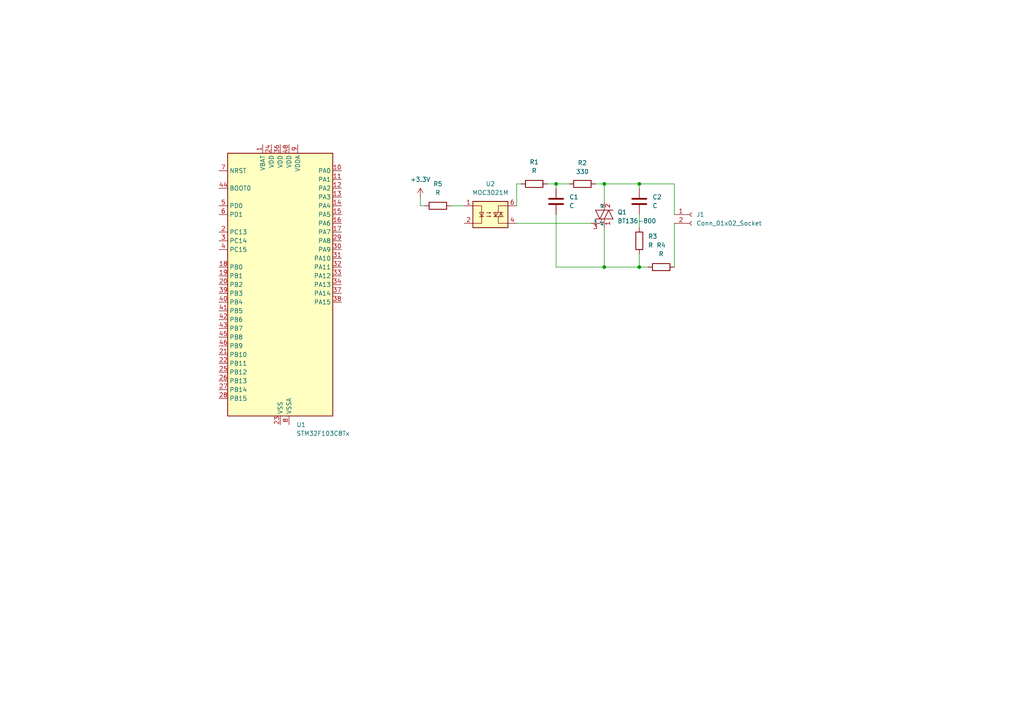
<source format=kicad_sch>
(kicad_sch (version 20250114) (generator "eeschema") (generator_version "9.0")
  (paper "A4")
  (lib_symbols
    (symbol "Connector:Conn_01x02_Socket" (pin_names (offset 1.016) (hide yes))
      (property "Reference" "J" (at 0 2.54 0))
      (property "Value" "Conn_01x02_Socket" (at 0 -5.08 0))
      (symbol "Conn_01x02_Socket_1_1"
        (polyline (pts (xy -1.27 0) (xy -0.508 0)) (stroke (width 0.1524)))
        (polyline (pts (xy -1.27 -2.54) (xy -0.508 -2.54)) (stroke (width 0.1524)))
        (arc (start 0 -0.508) (mid -0.5058 0) (end 0 0.508) (stroke (width 0.1524)))
        (arc (start 0 -3.048) (mid -0.5058 -2.54) (end 0 -2.032) (stroke (width 0.1524)))
        (pin passive line (at -5.08 0 0) (length 3.81) (name "Pin_1") (number "1"))
        (pin passive line (at -5.08 -2.54 0) (length 3.81) (name "Pin_2") (number "2"))
      )
    )
    (symbol "Device:C" (pin_numbers (hide yes)) (pin_names (offset 0.254))
      (property "Reference" "C" (at 0.635 2.54 0))
      (property "Value" "C" (at 0.635 -2.54 0))
      (symbol "C_0_1"
        (polyline (pts (xy -2.032 0.762) (xy 2.032 0.762)) (stroke (width 0.508)))
        (polyline (pts (xy -2.032 -0.762) (xy 2.032 -0.762)) (stroke (width 0.508)))
      )
      (symbol "C_1_1"
        (pin passive line (at 0 3.81 270) (length 2.794) (name "~") (number "1"))
        (pin passive line (at 0 -3.81 90) (length 2.794) (name "~") (number "2"))
      )
    )
    (symbol "Device:R" (pin_numbers (hide yes)) (pin_names (offset 0))
      (property "Reference" "R" (at 2.032 0 90))
      (property "Value" "R" (at 0 0 90))
      (symbol "R_0_1"
        (rectangle (start -1.016 -2.54) (end 1.016 2.54) (stroke (width 0.254)))
      )
      (symbol "R_1_1"
        (pin passive line (at 0 3.81 270) (length 1.27) (name "~") (number "1"))
        (pin passive line (at 0 -3.81 90) (length 1.27) (name "~") (number "2"))
      )
    )
    (symbol "MCU_ST_STM32F1:STM32F103C8Tx"
      (property "Reference" "U" (at -15.24 39.37 0))
      (property "Value" "STM32F103C8Tx" (at 7.62 39.37 0))
      (symbol "STM32F103C8Tx_0_1"
        (rectangle (start -15.24 -38.1) (end 15.24 38.1) (stroke (width 0.254)) (fill (type background)))
      )
      (symbol "STM32F103C8Tx_1_1"
        (pin input line (at -17.78 33.02 0) (length 2.54) (name "NRST") (number "7"))
        (pin input line (at -17.78 27.94 0) (length 2.54) (name "BOOT0") (number "44"))
        (pin bidirectional line (at -17.78 22.86 0) (length 2.54) (name "PD0") (number "5"))
        (pin bidirectional line (at -17.78 20.32 0) (length 2.54) (name "PD1") (number "6"))
        (pin bidirectional line (at -17.78 15.24 0) (length 2.54) (name "PC13") (number "2"))
        (pin bidirectional line (at -17.78 12.7 0) (length 2.54) (name "PC14") (number "3"))
        (pin bidirectional line (at -17.78 10.16 0) (length 2.54) (name "PC15") (number "4"))
        (pin bidirectional line (at -17.78 5.08 0) (length 2.54) (name "PB0") (number "18"))
        (pin bidirectional line (at -17.78 2.54 0) (length 2.54) (name "PB1") (number "19"))
        (pin bidirectional line (at -17.78 0 0) (length 2.54) (name "PB2") (number "20"))
        (pin bidirectional line (at -17.78 -2.54 0) (length 2.54) (name "PB3") (number "39"))
        (pin bidirectional line (at -17.78 -5.08 0) (length 2.54) (name "PB4") (number "40"))
        (pin bidirectional line (at -17.78 -7.62 0) (length 2.54) (name "PB5") (number "41"))
        (pin bidirectional line (at -17.78 -10.16 0) (length 2.54) (name "PB6") (number "42"))
        (pin bidirectional line (at -17.78 -12.7 0) (length 2.54) (name "PB7") (number "43"))
        (pin bidirectional line (at -17.78 -15.24 0) (length 2.54) (name "PB8") (number "45"))
        (pin bidirectional line (at -17.78 -17.78 0) (length 2.54) (name "PB9") (number "46"))
        (pin bidirectional line (at -17.78 -20.32 0) (length 2.54) (name "PB10") (number "21"))
        (pin bidirectional line (at -17.78 -22.86 0) (length 2.54) (name "PB11") (number "22"))
        (pin bidirectional line (at -17.78 -25.4 0) (length 2.54) (name "PB12") (number "25"))
        (pin bidirectional line (at -17.78 -27.94 0) (length 2.54) (name "PB13") (number "26"))
        (pin bidirectional line (at -17.78 -30.48 0) (length 2.54) (name "PB14") (number "27"))
        (pin bidirectional line (at -17.78 -33.02 0) (length 2.54) (name "PB15") (number "28"))
        (pin power_in line (at -5.08 40.64 270) (length 2.54) (name "VBAT") (number "1"))
        (pin power_in line (at -2.54 40.64 270) (length 2.54) (name "VDD") (number "24"))
        (pin power_in line (at 0 40.64 270) (length 2.54) (name "VDD") (number "36"))
        (pin power_in line (at 0 -40.64 90) (length 2.54) (name "VSS") (number "23"))
        (pin passive line (at 0 -40.64 90) (length 2.54) (hide yes) (name "VSS") (number "35"))
        (pin passive line (at 0 -40.64 90) (length 2.54) (hide yes) (name "VSS") (number "47"))
        (pin power_in line (at 2.54 40.64 270) (length 2.54) (name "VDD") (number "48"))
        (pin power_in line (at 2.54 -40.64 90) (length 2.54) (name "VSSA") (number "8"))
        (pin power_in line (at 5.08 40.64 270) (length 2.54) (name "VDDA") (number "9"))
        (pin bidirectional line (at 17.78 33.02 180) (length 2.54) (name "PA0") (number "10"))
        (pin bidirectional line (at 17.78 30.48 180) (length 2.54) (name "PA1") (number "11"))
        (pin bidirectional line (at 17.78 27.94 180) (length 2.54) (name "PA2") (number "12"))
        (pin bidirectional line (at 17.78 25.4 180) (length 2.54) (name "PA3") (number "13"))
        (pin bidirectional line (at 17.78 22.86 180) (length 2.54) (name "PA4") (number "14"))
        (pin bidirectional line (at 17.78 20.32 180) (length 2.54) (name "PA5") (number "15"))
        (pin bidirectional line (at 17.78 17.78 180) (length 2.54) (name "PA6") (number "16"))
        (pin bidirectional line (at 17.78 15.24 180) (length 2.54) (name "PA7") (number "17"))
        (pin bidirectional line (at 17.78 12.7 180) (length 2.54) (name "PA8") (number "29"))
        (pin bidirectional line (at 17.78 10.16 180) (length 2.54) (name "PA9") (number "30"))
        (pin bidirectional line (at 17.78 7.62 180) (length 2.54) (name "PA10") (number "31"))
        (pin bidirectional line (at 17.78 5.08 180) (length 2.54) (name "PA11") (number "32"))
        (pin bidirectional line (at 17.78 2.54 180) (length 2.54) (name "PA12") (number "33"))
        (pin bidirectional line (at 17.78 0 180) (length 2.54) (name "PA13") (number "34"))
        (pin bidirectional line (at 17.78 -2.54 180) (length 2.54) (name "PA14") (number "37"))
        (pin bidirectional line (at 17.78 -5.08 180) (length 2.54) (name "PA15") (number "38"))
      )
    )
    (symbol "Relay_SolidState:MOC3021M"
      (property "Reference" "U" (at -5.334 4.826 0))
      (property "Value" "MOC3021M" (at 0 5.08 0))
      (symbol "MOC3021M_0_1"
        (rectangle (start -5.08 3.81) (end 5.08 -3.81) (stroke (width 0.254)) (fill (type background)))
        (polyline (pts (xy -5.08 2.54) (xy -2.54 2.54) (xy -2.54 -2.54) (xy -5.08 -2.54)))
        (polyline (pts (xy -3.175 -0.635) (xy -1.905 -0.635)))
        (polyline (pts (xy -2.54 -0.635) (xy -3.175 0.635) (xy -1.905 0.635) (xy -2.54 -0.635)))
        (polyline (pts (xy -1.143 0.508) (xy 0.127 0.508) (xy -0.254 0.381) (xy -0.254 0.635) (xy 0.127 0.508)))
        (polyline (pts (xy -1.143 -0.508) (xy 0.127 -0.508) (xy -0.254 -0.635) (xy -0.254 -0.381) (xy 0.127 -0.508)))
        (polyline (pts (xy 0.889 -0.635) (xy 3.683 -0.635) (xy 3.048 0.635) (xy 2.413 -0.635)))
        (polyline (pts (xy 1.524 -0.635) (xy 1.524 0.635)))
        (polyline (pts (xy 2.286 0.635) (xy 2.286 2.54) (xy 5.08 2.54)))
        (polyline (pts (xy 2.286 -0.635) (xy 2.286 -2.54) (xy 5.08 -2.54)))
        (polyline (pts (xy 3.048 0.635) (xy 3.048 -0.635)))
        (polyline (pts (xy 3.683 0.635) (xy 0.889 0.635) (xy 1.524 -0.635) (xy 2.159 0.635)))
      )
      (symbol "MOC3021M_1_1"
        (pin passive line (at -7.62 2.54 0) (length 2.54) (name "~") (number "1"))
        (pin passive line (at -7.62 -2.54 0) (length 2.54) (name "~") (number "2"))
        (pin no_connect line (at -5.08 0 0) (length 2.54) (hide yes) (name "NC") (number "3"))
        (pin no_connect line (at 5.08 0 180) (length 2.54) (hide yes) (name "NC") (number "5"))
        (pin passive line (at 7.62 2.54 180) (length 2.54) (name "~") (number "6"))
        (pin passive line (at 7.62 -2.54 180) (length 2.54) (name "~") (number "4"))
      )
    )
    (symbol "Triac_Thyristor:BT136-800" (pin_names (offset 0))
      (property "Reference" "Q" (at 5.08 1.905 0))
      (property "Value" "BT136-800" (at 5.08 0 0))
      (symbol "BT136-800_0_1"
        (polyline (pts (xy -2.54 1.27) (xy 2.54 1.27)) (stroke (width 0.2032)))
        (polyline (pts (xy -2.54 1.27) (xy -1.27 -1.27) (xy 0 1.27)) (stroke (width 0.2032)))
        (polyline (pts (xy -2.54 -1.27) (xy 2.54 -1.27)) (stroke (width 0.2032)))
        (polyline (pts (xy -1.27 -2.54) (xy -0.635 -1.27)))
        (polyline (pts (xy 0 -1.27) (xy 1.27 1.27) (xy 2.54 -1.27)) (stroke (width 0.2032)))
      )
      (symbol "BT136-800_1_1"
        (pin input line (at -3.81 -2.54 0) (length 2.54) (name "G") (number "3"))
        (pin passive line (at 0 3.81 270) (length 2.54) (name "A2") (number "2"))
        (pin passive line (at 0 -3.81 90) (length 2.54) (name "A1") (number "1"))
      )
    )
    (symbol "power:+3.3V" (power) (pin_numbers (hide yes)) (pin_names (offset 0) (hide yes))
      (property "Value" "+3.3V" (at 0 3.556 0))
      (symbol "+3.3V_0_1"
        (polyline (pts (xy -0.762 1.27) (xy 0 2.54)))
        (polyline (pts (xy 0 2.54) (xy 0.762 1.27)))
        (polyline (pts (xy 0 0) (xy 0 2.54)))
      )
      (symbol "+3.3V_1_1"
        (pin power_in line (at 0 0 90) (length 0) (name "~") (number "1"))
      )
    )
  )
  (junction (at 175.26 77.47))
  (junction (at 185.42 53.34))
  (junction (at 185.42 77.47))
  (junction (at 161.29 53.34))
  (junction (at 175.26 53.34))
  (wire (pts (xy 149.86 59.69) (xy 149.86 53.34)))
  (wire (pts (xy 149.86 53.34) (xy 151.13 53.34)))
  (wire (pts (xy 175.26 53.34) (xy 172.72 53.34)))
  (wire (pts (xy 185.42 77.47) (xy 187.96 77.47)))
  (wire (pts (xy 195.58 64.77) (xy 195.58 77.47)))
  (wire (pts (xy 185.42 54.61) (xy 185.42 53.34)))
  (wire (pts (xy 161.29 77.47) (xy 175.26 77.47)))
  (wire (pts (xy 195.58 53.34) (xy 185.42 53.34)))
  (wire (pts (xy 130.81 59.69) (xy 134.62 59.69)))
  (wire (pts (xy 175.26 53.34) (xy 185.42 53.34)))
  (wire (pts (xy 185.42 62.23) (xy 185.42 66.04)))
  (wire (pts (xy 158.75 53.34) (xy 161.29 53.34)))
  (wire (pts (xy 123.19 59.69) (xy 121.92 59.69)))
  (wire (pts (xy 175.26 58.42) (xy 175.26 53.34)))
  (wire (pts (xy 175.26 66.04) (xy 175.26 77.47)))
  (wire (pts (xy 161.29 62.23) (xy 161.29 77.47)))
  (wire (pts (xy 175.26 77.47) (xy 185.42 77.47)))
  (wire (pts (xy 121.92 57.15) (xy 121.92 59.69)))
  (wire (pts (xy 185.42 73.66) (xy 185.42 77.47)))
  (wire (pts (xy 195.58 62.23) (xy 195.58 53.34)))
  (wire (pts (xy 149.86 64.77) (xy 171.45 64.77)))
  (wire (pts (xy 161.29 53.34) (xy 161.29 54.61)))
  (wire (pts (xy 161.29 53.34) (xy 165.1 53.34)))
  (symbol (lib_id "Device:R") (at 154.94 53.34 90) (unit 1)
    (property "Reference" "R1" (at 154.94 46.99 90))
    (property "Value" "R" (at 154.94 49.53 90))
    (property "Description" "Resistor" (effects (hide yes)))
  )
  (symbol (lib_id "Device:C") (at 161.29 58.42 0) (unit 1)
    (property "Reference" "C1" (at 165.1 57.1499 0) (effects (justify left)))
    (property "Value" "C" (at 165.1 59.6899 0) (effects (justify left)))
    (property "Description" "Unpolarized capacitor" (effects (hide yes)))
  )
  (symbol (lib_id "Device:R") (at 168.91 53.34 90) (unit 1)
    (property "Reference" "R2" (at 168.91 47.2496 90))
    (property "Value" "330" (at 168.91 49.7896 90))
    (property "Description" "Resistor" (effects (hide yes)))
  )
  (symbol (lib_id "Device:R") (at 191.77 77.47 90) (unit 1)
    (property "Reference" "R4" (at 191.77 71.12 90))
    (property "Value" "R" (at 191.77 73.66 90))
    (property "Description" "Resistor" (effects (hide yes)))
  )
  (symbol (lib_id "Device:C") (at 185.42 58.42 0) (unit 1)
    (property "Reference" "C2" (at 189.23 57.1499 0) (effects (justify left)))
    (property "Value" "C" (at 189.23 59.6899 0) (effects (justify left)))
    (property "Description" "Unpolarized capacitor" (effects (hide yes)))
  )
  (symbol (lib_id "power:+3.3V") (at 121.92 57.15 0) (unit 1)
    (property "Reference" "#PWR01" (effects (hide yes)))
    (property "Value" "+3.3V" (at 121.92 52.07 0))
    (property "Description" "Power symbol creates a global label with name \"+3.3V\"" (effects (hide yes)))
  )
  (symbol (lib_id "Connector:Conn_01x02_Socket") (at 200.66 62.23 0) (unit 1)
    (property "Reference" "J1" (at 201.93 62.2299 0) (effects (justify left)))
    (property "Value" "Conn_01x02_Socket" (at 201.93 64.7699 0) (effects (justify left)))
    (property "Description" "Generic connector, single row, 01x02, script generated" (effects (hide yes)))
  )
  (symbol (lib_id "Relay_SolidState:MOC3021M") (at 142.24 62.23 0) (unit 1)
    (property "Reference" "U2" (at 142.24 53.34 0))
    (property "Value" "MOC3021M" (at 142.24 55.88 0))
    (property "Datasheet" "https://www.onsemi.com/pub/Collateral/MOC3023M-D.PDF" (effects (hide yes)))
    (property "Description" "Random Phase Opto-Triac, Vdrm 400V, Ift 15mA, DIP6" (effects (hide yes)))
  )
  (symbol (lib_id "Triac_Thyristor:BT136-800") (at 175.26 62.23 0) (unit 1)
    (property "Reference" "Q1" (at 179.07 61.5441 0) (effects (justify left)))
    (property "Value" "BT136-800" (at 179.07 64.0841 0) (effects (justify left)))
    (property "Footprint" "Package_TO_SOT_THT:TO-220-3_Vertical" (effects (hide yes)))
    (property "Datasheet" "http://www.micropik.com/PDF/BT136-600.pdf" (effects (hide yes)))
    (property "Description" "4A RMS, 800V Off-State Voltage, Triac, TO-220" (effects (hide yes)))
  )
  (symbol (lib_id "Device:R") (at 185.42 69.85 0) (unit 1)
    (property "Reference" "R3" (at 187.96 68.5799 0) (effects (justify left)))
    (property "Value" "R" (at 187.96 71.1199 0) (effects (justify left)))
    (property "Description" "Resistor" (effects (hide yes)))
  )
  (symbol (lib_id "Device:R") (at 127 59.69 270) (unit 1)
    (property "Reference" "R5" (at 127 53.34 90))
    (property "Value" "R" (at 127 55.88 90))
    (property "Description" "Resistor" (effects (hide yes)))
  )
  (symbol (lib_id "MCU_ST_STM32F1:STM32F103C8Tx") (at 81.28 82.55 0) (unit 1)
    (property "Reference" "U1" (at 85.9633 123.19 0) (effects (justify left)))
    (property "Value" "STM32F103C8Tx" (at 85.9633 125.73 0) (effects (justify left)))
    (property "Footprint" "Package_QFP:LQFP-48_7x7mm_P0.5mm" (effects (hide yes)))
    (property "Datasheet" "https://www.st.com/resource/en/datasheet/stm32f103c8.pdf" (effects (hide yes)))
    (property "Description" "STMicroelectronics Arm Cortex-M3 MCU, 64KB flash, 20KB RAM, 72 MHz, 2.0-3.6V, 37 GPIO, LQFP48" (effects (hide yes)))
  )
)
</source>
